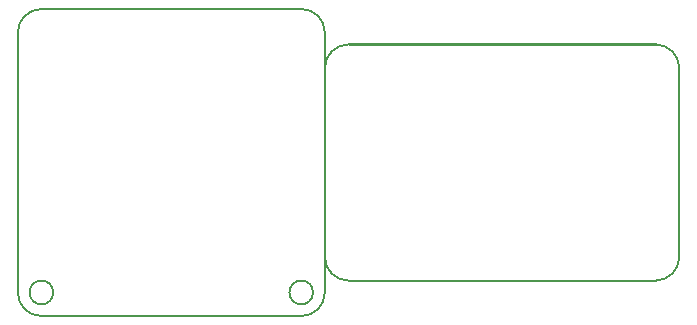
<source format=gko>
G04 Layer_Color=16711935*
%FSLAX25Y25*%
%MOIN*%
G70*
G01*
G75*
%ADD17C,0.01000*%
%ADD35C,0.00787*%
%ADD52C,0.00800*%
D17*
X110236Y90551D02*
X212598D01*
D35*
X94488Y0D02*
G03*
X102362Y7874I-0J7874D01*
G01*
X102362Y94488D02*
G03*
X94488Y102362I-7874J0D01*
G01*
X7874D02*
G03*
X-0Y94488I-0J-7874D01*
G01*
X0Y7874D02*
G03*
X7874Y0I7874J0D01*
G01*
X11811Y7874D02*
G03*
X11811Y7874I-3937J0D01*
G01*
X98425D02*
G03*
X98425Y7874I-3937J0D01*
G01*
X212598Y11811D02*
G03*
X220472Y19685I0J7874D01*
G01*
Y82677D02*
G03*
X212598Y90551I-7874J0D01*
G01*
X110236D02*
G03*
X102362Y82677I0J-7874D01*
G01*
Y19685D02*
G03*
X110236Y11811I7874J0D01*
G01*
D52*
X102362Y7874D02*
Y94488D01*
X7874Y102362D02*
X94488D01*
X7874Y0D02*
X94488D01*
X0Y7874D02*
Y94488D01*
X220472Y19685D02*
Y82677D01*
X110236Y11811D02*
X212598D01*
X102362Y19685D02*
Y82677D01*
M02*

</source>
